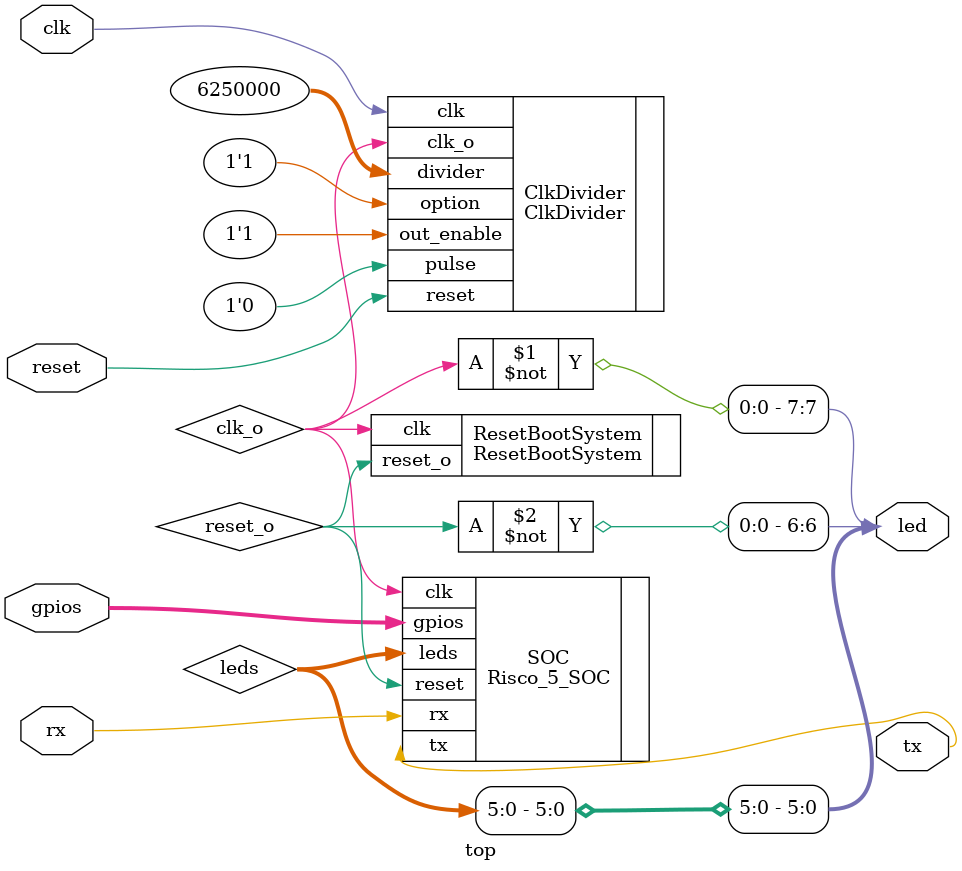
<source format=v>
module top (
    input wire clk,
    input wire reset,
    input wire rx,
    output wire tx,
    output wire [7:0]led,
    inout [4:0]gpios
);

wire clk_o, reset_o;
wire [7:0] leds;

ClkDivider #(
    .COUNTER_BITS(32)
) ClkDivider(
    .clk(clk),
    .reset(reset),
    .option(1'b1),
    .out_enable(1'b1),
    .divider(32'd6250000),
    .pulse(1'b0),
    .clk_o(clk_o)
);

ResetBootSystem #(
    .CYCLES(20)
) ResetBootSystem(
    .clk(clk_o),
    .reset_o(reset_o)
);

assign led[7] = ~clk_o;
assign led[6] = ~reset_o; // 5:3
assign led[5:0] = leds [5:0];

Risco_5_SOC #(
    .CLOCK_FREQ(25000000),
    .BIT_RATE(9600),
    .MEMORY_SIZE(4096),
    .MEMORY_FILE("../../software/memory/loop3.hex"),
    .GPIO_WIDHT(5)
) SOC(
    .clk(clk_o),
    .reset(reset_o),
    .leds(leds),
    .rx(rx),
    .tx(tx),
    .gpios(gpios)
);


endmodule

</source>
